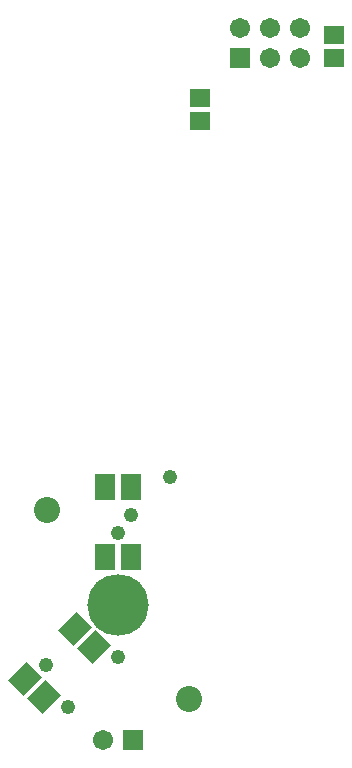
<source format=gts>
G04 Layer_Color=8388736*
%FSLAX25Y25*%
%MOIN*%
G70*
G01*
G75*
%ADD22R,0.06706X0.06312*%
%ADD23R,0.07099X0.08674*%
G04:AMPARAMS|DCode=24|XSize=86.74mil|YSize=70.99mil|CornerRadius=0mil|HoleSize=0mil|Usage=FLASHONLY|Rotation=225.000|XOffset=0mil|YOffset=0mil|HoleType=Round|Shape=Rectangle|*
%AMROTATEDRECTD24*
4,1,4,0.00557,0.05577,0.05577,0.00557,-0.00557,-0.05577,-0.05577,-0.00557,0.00557,0.05577,0.0*
%
%ADD24ROTATEDRECTD24*%

%ADD25C,0.06706*%
%ADD26R,0.06706X0.06706*%
%ADD27C,0.20485*%
%ADD28C,0.08674*%
%ADD29C,0.08674*%
%ADD30C,0.04800*%
D22*
X72063Y182087D02*
D03*
Y189961D02*
D03*
X27500Y161063D02*
D03*
Y168937D02*
D03*
D23*
X-4331Y39370D02*
D03*
X-4331Y15748D02*
D03*
X4331Y39370D02*
D03*
Y15748D02*
D03*
D24*
X-24777Y-30901D02*
D03*
X-8073Y-14198D02*
D03*
X-30901Y-24776D02*
D03*
X-14198Y-8073D02*
D03*
D25*
X-5000Y-45000D02*
D03*
X40709Y192087D02*
D03*
X50709Y182087D02*
D03*
Y192087D02*
D03*
X60709Y182087D02*
D03*
Y192087D02*
D03*
D26*
X5000Y-45000D02*
D03*
X40709Y182087D02*
D03*
D27*
X-0Y-0D02*
D03*
D28*
X23622Y-31496D02*
D03*
D29*
X-23622Y31496D02*
D03*
D30*
X0Y24000D02*
D03*
X4500Y30000D02*
D03*
X17500Y42500D02*
D03*
X-24000Y-20000D02*
D03*
X-16703Y-34203D02*
D03*
X0Y-17500D02*
D03*
M02*

</source>
